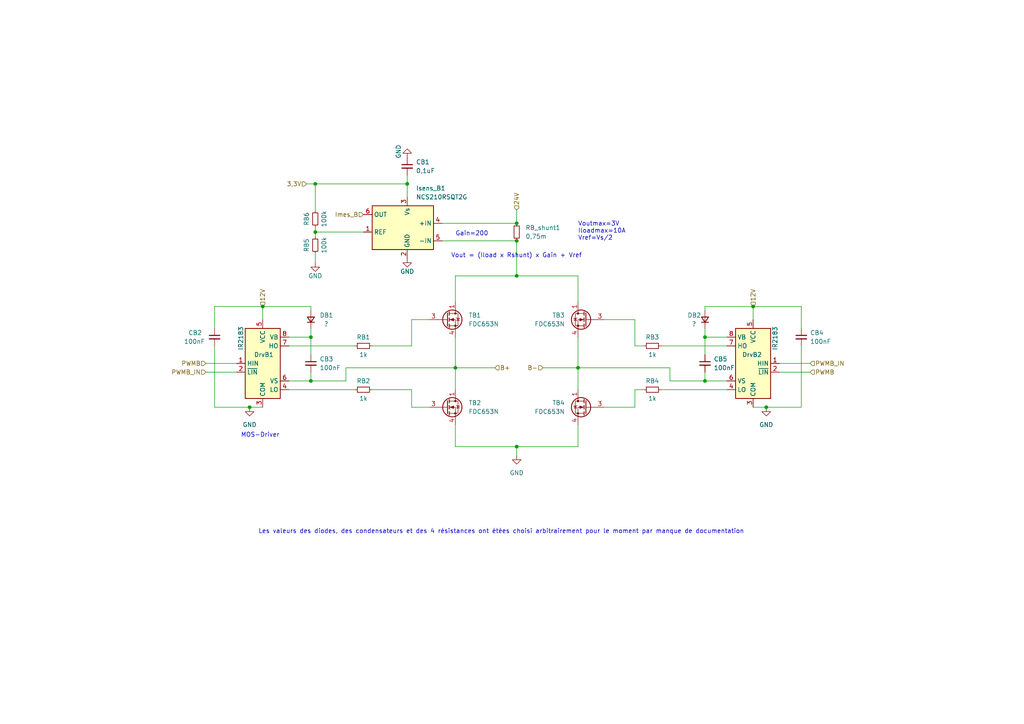
<source format=kicad_sch>
(kicad_sch (version 20211123) (generator eeschema)
  (paper "A4")
  (title_block (title "Driver Stepper Motor") (date "2022-12-27") (rev "2") (company "Tom CHARBONNEAU"))
  (lib_symbols
    (symbol "Amplifier_Current:NCV210"
      (property "Reference" "U" (at -7.62 8.89 0))
      (property "Value" "NCV210" (at 2.54 8.89 0))
      (symbol "NCV210_0_1"
        (rectangle (start -7.62 7.62) (end 10.16 -5.08) (stroke (width 0.254)) (fill (type background)))
      )
      (symbol "NCV210_1_1"
        (pin input line (at 12.7 0 180) (length 2.54) (name "REF") (number "1"))
        (pin power_in line (at 0 -7.62 90) (length 2.54) (name "GND") (number "2"))
        (pin power_in line (at 0 10.16 270) (length 2.54) (name "Vs") (number "3"))
        (pin input line (at -10.16 2.54 0) (length 2.54) (name "+IN") (number "4"))
        (pin input line (at -10.16 -2.54 0) (length 2.54) (name "-IN") (number "5"))
        (pin output line (at 12.7 5.08 180) (length 2.54) (name "OUT") (number "6"))
      )
    )
    (symbol "Device:C_Small" (pin_numbers hide) (pin_names (offset 0.254) hide)
      (property "Reference" "C" (at 0.254 1.778 0))
      (property "Value" "C_Small" (at 0.254 -2.032 0))
      (symbol "C_Small_0_1"
        (polyline (pts (xy -1.524 -0.508) (xy 1.524 -0.508)) (stroke (width 0.3302)))
        (polyline (pts (xy -1.524 0.508) (xy 1.524 0.508)) (stroke (width 0.3048)))
      )
      (symbol "C_Small_1_1"
        (pin passive line (at 0 2.54 270) (length 2.032) (name "~") (number "1"))
        (pin passive line (at 0 -2.54 90) (length 2.032) (name "~") (number "2"))
      )
    )
    (symbol "Device:D_Small" (pin_numbers hide) (pin_names (offset 0.254) hide)
      (property "Reference" "D" (at -1.27 2.032 0))
      (property "Value" "D_Small" (at -3.81 -2.032 0))
      (symbol "D_Small_0_1"
        (polyline (pts (xy -0.762 -1.016) (xy -0.762 1.016)) (stroke (width 0.254)))
        (polyline (pts (xy -0.762 0) (xy 0.762 0)))
        (polyline (pts (xy 0.762 -1.016) (xy -0.762 0) (xy 0.762 1.016) (xy 0.762 -1.016)) (stroke (width 0.254)))
      )
      (symbol "D_Small_1_1"
        (pin passive line (at -2.54 0 0) (length 1.778) (name "K") (number "1"))
        (pin passive line (at 2.54 0 180) (length 1.778) (name "A") (number "2"))
      )
    )
    (symbol "Device:R_Small" (pin_numbers hide) (pin_names (offset 0.254) hide)
      (property "Reference" "R" (at 0.762 0.508 0))
      (property "Value" "R_Small" (at 0.762 -1.016 0))
      (symbol "R_Small_0_1"
        (rectangle (start -0.762 1.778) (end 0.762 -1.778) (stroke (width 0.2032)))
      )
      (symbol "R_Small_1_1"
        (pin passive line (at 0 2.54 270) (length 0.762) (name "~") (number "1"))
        (pin passive line (at 0 -2.54 90) (length 0.762) (name "~") (number "2"))
      )
    )
    (symbol "Driver_FET:IR2183"
      (property "Reference" "U" (at 1.27 13.335 0))
      (property "Value" "IR2183" (at 1.27 11.43 0))
      (symbol "IR2183_0_1"
        (rectangle (start -5.08 -10.16) (end 5.08 10.16) (stroke (width 0.254)) (fill (type background)))
      )
      (symbol "IR2183_1_1"
        (pin input line (at -7.62 0 0) (length 2.54) (name "HIN") (number "1"))
        (pin input line (at -7.62 -2.54 0) (length 2.54) (name "~{LIN}") (number "2"))
        (pin power_in line (at 0 -12.7 90) (length 2.54) (name "COM") (number "3"))
        (pin output line (at 7.62 -7.62 180) (length 2.54) (name "LO") (number "4"))
        (pin power_in line (at 0 12.7 270) (length 2.54) (name "VCC") (number "5"))
        (pin passive line (at 7.62 -5.08 180) (length 2.54) (name "VS") (number "6"))
        (pin output line (at 7.62 5.08 180) (length 2.54) (name "HO") (number "7"))
        (pin passive line (at 7.62 7.62 180) (length 2.54) (name "VB") (number "8"))
      )
    )
    (symbol "Transistor_FET:FDC2512" (pin_names hide)
      (property "Reference" "Q" (at 5.08 1.905 0))
      (property "Value" "FDC2512" (at 5.08 0 0))
      (symbol "FDC2512_0_1"
        (polyline (pts (xy 0.254 0) (xy -2.54 0)))
        (polyline (pts (xy 0.254 1.905) (xy 0.254 -1.905)) (stroke (width 0.254)))
        (polyline (pts (xy 0.762 -1.27) (xy 0.762 -2.286)) (stroke (width 0.254)))
        (polyline (pts (xy 0.762 0.508) (xy 0.762 -0.508)) (stroke (width 0.254)))
        (polyline (pts (xy 0.762 2.286) (xy 0.762 1.27)) (stroke (width 0.254)))
        (polyline (pts (xy 2.54 2.54) (xy 2.54 1.778)))
        (polyline (pts (xy 2.54 -2.54) (xy 2.54 0) (xy 0.762 0)))
        (polyline (pts (xy 0.762 -1.778) (xy 3.302 -1.778) (xy 3.302 1.778) (xy 0.762 1.778)))
        (polyline (pts (xy 1.016 0) (xy 2.032 0.381) (xy 2.032 -0.381) (xy 1.016 0)) (fill (type outline)))
        (polyline (pts (xy 2.794 0.508) (xy 2.921 0.381) (xy 3.683 0.381) (xy 3.81 0.254)))
        (polyline (pts (xy 3.302 0.381) (xy 2.921 -0.254) (xy 3.683 -0.254) (xy 3.302 0.381)))
        (circle (center 1.651 0) (radius 2.794) (stroke (width 0.254)))
        (circle (center 2.54 -1.778) (radius 0.254) (fill (type outline)))
        (circle (center 2.54 1.778) (radius 0.254) (fill (type outline)))
      )
      (symbol "FDC2512_1_1"
        (pin passive line (at 2.54 5.08 270) (length 2.54) (name "D") (number "1"))
        (pin passive line (at 2.54 5.08 270) (length 2.54) hide (name "D") (number "2"))
        (pin passive line (at -5.08 0 0) (length 2.54) (name "G") (number "3"))
        (pin passive line (at 2.54 -5.08 90) (length 2.54) (name "S") (number "4"))
        (pin passive line (at 2.54 5.08 270) (length 2.54) hide (name "D") (number "5"))
        (pin passive line (at 2.54 5.08 270) (length 2.54) hide (name "D") (number "6"))
      )
    )
    (symbol "power:GND" (power) (pin_names (offset 0))
      (property "Value" "GND" (at 0 -3.81 0))
      (symbol "GND_0_1"
        (polyline (pts (xy 0 0) (xy 0 -1.27) (xy 1.27 -1.27) (xy 0 -2.54) (xy -1.27 -1.27) (xy 0 -1.27)))
      )
      (symbol "GND_1_1"
        (pin power_in line (at 0 0 270) (length 0) hide (name "GND") (number "1"))
      )
    )
  )
  (junction (at 167.64 106.68))
  (junction (at 149.86 129.54))
  (junction (at 218.44 88.9))
  (junction (at 149.86 69.85))
  (junction (at 118.11 53.34))
  (junction (at 91.44 53.34))
  (junction (at 132.08 106.68))
  (junction (at 91.44 67.31))
  (junction (at 149.86 80.01))
  (junction (at 149.86 64.77))
  (junction (at 90.17 97.79))
  (junction (at 76.2 88.9))
  (junction (at 222.25 118.11))
  (junction (at 90.17 110.49))
  (junction (at 204.47 97.79))
  (junction (at 204.47 110.49))
  (junction (at 72.39 118.11))
  (wire (pts (xy 167.64 80.01) (xy 167.64 87.63)))
  (wire (pts (xy 59.69 105.41) (xy 68.58 105.41)))
  (wire (pts (xy 167.64 97.79) (xy 167.64 106.68)))
  (wire (pts (xy 62.23 100.33) (xy 62.23 118.11)))
  (wire (pts (xy 59.69 107.95) (xy 68.58 107.95)))
  (wire (pts (xy 132.08 129.54) (xy 149.86 129.54)))
  (wire (pts (xy 191.77 100.33) (xy 210.82 100.33)))
  (wire (pts (xy 204.47 88.9) (xy 204.47 90.17)))
  (wire (pts (xy 218.44 88.9) (xy 218.44 92.71)))
  (wire (pts (xy 119.38 113.03) (xy 119.38 118.11)))
  (wire (pts (xy 184.15 113.03) (xy 186.69 113.03)))
  (wire (pts (xy 149.86 129.54) (xy 149.86 132.08)))
  (wire (pts (xy 194.31 110.49) (xy 204.47 110.49)))
  (wire (pts (xy 91.44 67.31) (xy 105.41 67.31)))
  (wire (pts (xy 90.17 90.17) (xy 90.17 88.9)))
  (wire (pts (xy 167.64 123.19) (xy 167.64 129.54)))
  (wire (pts (xy 218.44 118.11) (xy 222.25 118.11)))
  (wire (pts (xy 132.08 97.79) (xy 132.08 106.68)))
  (wire (pts (xy 210.82 97.79) (xy 204.47 97.79)))
  (wire (pts (xy 132.08 87.63) (xy 132.08 80.01)))
  (wire (pts (xy 204.47 95.25) (xy 204.47 97.79)))
  (wire (pts (xy 184.15 100.33) (xy 186.69 100.33)))
  (wire (pts (xy 149.86 69.85) (xy 149.86 80.01)))
  (wire (pts (xy 91.44 73.66) (xy 91.44 76.2)))
  (wire (pts (xy 232.41 95.25) (xy 232.41 88.9)))
  (wire (pts (xy 88.9 53.34) (xy 91.44 53.34)))
  (wire (pts (xy 157.48 106.68) (xy 167.64 106.68)))
  (wire (pts (xy 132.08 80.01) (xy 149.86 80.01)))
  (wire (pts (xy 90.17 95.25) (xy 90.17 97.79)))
  (wire (pts (xy 90.17 88.9) (xy 76.2 88.9)))
  (wire (pts (xy 226.06 107.95) (xy 234.95 107.95)))
  (wire (pts (xy 119.38 118.11) (xy 124.46 118.11)))
  (wire (pts (xy 72.39 118.11) (xy 76.2 118.11)))
  (wire (pts (xy 184.15 100.33) (xy 184.15 92.71)))
  (wire (pts (xy 184.15 118.11) (xy 184.15 113.03)))
  (wire (pts (xy 167.64 106.68) (xy 194.31 106.68)))
  (wire (pts (xy 118.11 53.34) (xy 118.11 57.15)))
  (wire (pts (xy 232.41 100.33) (xy 232.41 118.11)))
  (wire (pts (xy 218.44 88.9) (xy 232.41 88.9)))
  (wire (pts (xy 62.23 88.9) (xy 76.2 88.9)))
  (wire (pts (xy 90.17 110.49) (xy 100.33 110.49)))
  (wire (pts (xy 91.44 53.34) (xy 91.44 60.96)))
  (wire (pts (xy 119.38 92.71) (xy 124.46 92.71)))
  (wire (pts (xy 132.08 123.19) (xy 132.08 129.54)))
  (wire (pts (xy 62.23 95.25) (xy 62.23 88.9)))
  (wire (pts (xy 132.08 106.68) (xy 132.08 113.03)))
  (wire (pts (xy 91.44 53.34) (xy 118.11 53.34)))
  (wire (pts (xy 83.82 113.03) (xy 102.87 113.03)))
  (wire (pts (xy 175.26 118.11) (xy 184.15 118.11)))
  (wire (pts (xy 91.44 67.31) (xy 91.44 68.58)))
  (wire (pts (xy 149.86 60.96) (xy 149.86 64.77)))
  (wire (pts (xy 83.82 100.33) (xy 102.87 100.33)))
  (wire (pts (xy 76.2 88.9) (xy 76.2 92.71)))
  (wire (pts (xy 100.33 110.49) (xy 100.33 106.68)))
  (wire (pts (xy 83.82 97.79) (xy 90.17 97.79)))
  (wire (pts (xy 72.39 118.11) (xy 62.23 118.11)))
  (wire (pts (xy 226.06 105.41) (xy 234.95 105.41)))
  (wire (pts (xy 90.17 107.95) (xy 90.17 110.49)))
  (wire (pts (xy 107.95 113.03) (xy 119.38 113.03)))
  (wire (pts (xy 204.47 110.49) (xy 210.82 110.49)))
  (wire (pts (xy 91.44 66.04) (xy 91.44 67.31)))
  (wire (pts (xy 132.08 106.68) (xy 143.51 106.68)))
  (wire (pts (xy 184.15 92.71) (xy 175.26 92.71)))
  (wire (pts (xy 204.47 97.79) (xy 204.47 102.87)))
  (wire (pts (xy 167.64 106.68) (xy 167.64 113.03)))
  (wire (pts (xy 90.17 97.79) (xy 90.17 102.87)))
  (wire (pts (xy 107.95 100.33) (xy 119.38 100.33)))
  (wire (pts (xy 194.31 106.68) (xy 194.31 110.49)))
  (wire (pts (xy 83.82 110.49) (xy 90.17 110.49)))
  (wire (pts (xy 100.33 106.68) (xy 132.08 106.68)))
  (wire (pts (xy 204.47 88.9) (xy 218.44 88.9)))
  (wire (pts (xy 222.25 118.11) (xy 232.41 118.11)))
  (wire (pts (xy 191.77 113.03) (xy 210.82 113.03)))
  (wire (pts (xy 204.47 107.95) (xy 204.47 110.49)))
  (wire (pts (xy 167.64 129.54) (xy 149.86 129.54)))
  (wire (pts (xy 128.27 69.85) (xy 149.86 69.85)))
  (wire (pts (xy 128.27 64.77) (xy 149.86 64.77)))
  (wire (pts (xy 118.11 50.8) (xy 118.11 53.34)))
  (wire (pts (xy 119.38 100.33) (xy 119.38 92.71)))
  (wire (pts (xy 149.86 80.01) (xy 167.64 80.01)))
  (text "Gain=200\n" (at 132.08 68.58 0) (effects (font (size 1.27 1.27)) (justify left bottom)))
  (text "MOS-Driver" (at 69.85 127 0) (effects (font (size 1.27 1.27)) (justify left bottom)))
  (text "Vout = (Iload x Rshunt) x Gain + Vref" (at 130.81 74.93 0) (effects (font (size 1.27 1.27)) (justify left bottom)))
  (text "Voutmax=3V\nIloadmax=10A\nVref=Vs/2" (at 167.64 69.85 0) (effects (font (size 1.27 1.27)) (justify left bottom)))
  (text "Les valeurs des diodes, des condensateurs et des 4 résistances ont étées choisi arbitrairement pour le moment par manque de documentation" (at 74.93 154.94 0) (effects (font (size 1.27 1.27)) (justify left bottom)))
  (hierarchical_label "3,3V" (shape input) (at 88.9 53.34 180))
  (hierarchical_label "24V" (shape input) (at 149.86 60.96 90))
  (hierarchical_label "PWMB_IN" (shape input) (at 59.69 107.95 180))
  (hierarchical_label "B-" (shape input) (at 157.48 106.68 180))
  (hierarchical_label "PWMB_IN" (shape input) (at 234.95 105.41 0))
  (hierarchical_label "PWMB" (shape input) (at 234.95 107.95 0))
  (hierarchical_label "Imes_B" (shape input) (at 105.41 62.23 180))
  (hierarchical_label "12V" (shape input) (at 76.2 88.9 90))
  (hierarchical_label "PWMB" (shape input) (at 59.69 105.41 180))
  (hierarchical_label "B+" (shape input) (at 143.51 106.68 0))
  (hierarchical_label "12V" (shape input) (at 218.44 88.9 90))
  (symbol (lib_id "power:GND") (at 118.11 74.93 0) (unit 1)
    (property "Reference" "#PWR0112" (effects hide))
    (property "Value" "GND" (at 118.11 78.74 0))
  )
  (symbol (lib_id "Device:C_Small") (at 204.47 105.41 0) (unit 1)
    (property "Reference" "CB5" (at 207.01 104.1462 0) (effects (justify left)))
    (property "Value" "100nF" (at 207.01 106.6862 0) (effects (justify left)))
    (property "Footprint" "Capacitor_SMD:C_0603_1608Metric" (effects hide))
  )
  (symbol (lib_id "Device:R_Small") (at 105.41 113.03 270) (unit 1)
    (property "Reference" "RB2" (at 105.41 110.49 90))
    (property "Value" "1k" (at 105.41 115.57 90))
    (property "Footprint" "Resistor_SMD:R_0603_1608Metric" (effects hide))
  )
  (symbol (lib_id "Device:R_Small") (at 189.23 113.03 270) (unit 1)
    (property "Reference" "RB4" (at 189.23 110.49 90))
    (property "Value" "1k" (at 189.23 115.57 90))
    (property "Footprint" "Resistor_SMD:R_0603_1608Metric" (effects hide))
  )
  (symbol (lib_id "Device:C_Small") (at 118.11 48.26 0) (unit 1)
    (property "Reference" "CB1" (at 120.65 46.9962 0) (effects (justify left)))
    (property "Value" "0,1uF" (at 120.65 49.5362 0) (effects (justify left)))
    (property "Footprint" "Capacitor_SMD:C_0603_1608Metric" (effects hide))
  )
  (symbol (lib_id "Driver_FET:IR2183") (at 218.44 105.41 0) (mirror y) (unit 1)
    (property "Reference" "DrvB2" (at 220.98 102.87 0) (effects (justify left)))
    (property "Value" "IR2183" (at 224.79 101.6 90) (effects (justify left)))
    (property "Footprint" "Package_SO:SOIC-8_3.9x4.9mm_P1.27mm" (effects hide))
    (property "Datasheet" "https://www.infineon.com/dgdl/ir2183.pdf?fileId=5546d462533600a4015355c9490e16d1" (effects hide))
  )
  (symbol (lib_id "Driver_FET:IR2183") (at 76.2 105.41 0) (unit 1)
    (property "Reference" "DrvB1" (at 73.66 102.87 0) (effects (justify left)))
    (property "Value" "IR2183" (at 69.85 101.6 90) (effects (justify left)))
    (property "Footprint" "Package_SO:SOIC-8_3.9x4.9mm_P1.27mm" (effects hide))
    (property "Datasheet" "https://www.infineon.com/dgdl/ir2183.pdf?fileId=5546d462533600a4015355c9490e16d1" (effects hide))
  )
  (symbol (lib_id "power:GND") (at 72.39 118.11 0) (unit 1)
    (property "Reference" "#PWR0107" (effects hide))
    (property "Value" "GND" (at 72.39 123.19 0))
  )
  (symbol (lib_id "power:GND") (at 149.86 132.08 0) (unit 1)
    (property "Reference" "#PWR0109" (effects hide))
    (property "Value" "GND" (at 149.86 137.16 0))
  )
  (symbol (lib_id "Device:C_Small") (at 232.41 97.79 0) (unit 1)
    (property "Reference" "CB4" (at 234.95 96.5262 0) (effects (justify left)))
    (property "Value" "100nF" (at 234.95 99.0662 0) (effects (justify left)))
    (property "Footprint" "Capacitor_SMD:C_0603_1608Metric" (effects hide))
  )
  (symbol (lib_id "Transistor_FET:FDC2512") (at 129.54 92.71 0) (unit 1)
    (property "Reference" "TB1" (at 135.89 91.4399 0) (effects (justify left)))
    (property "Value" "FDC653N" (at 135.89 93.9799 0) (effects (justify left)))
    (property "Footprint" "Package_TO_SOT_SMD:SuperSOT-6" (effects hide))
    (property "Datasheet" "https://www.mouser.fr/datasheet/2/308/1/FDC653N_D-1806808.pdf" (effects hide))
  )
  (symbol (lib_id "Device:C_Small") (at 62.23 97.79 0) (unit 1)
    (property "Reference" "CB2" (at 54.61 96.52 0) (effects (justify left)))
    (property "Value" "100nF" (at 53.34 99.06 0) (effects (justify left)))
    (property "Footprint" "Capacitor_SMD:C_0603_1608Metric" (effects hide))
  )
  (symbol (lib_id "Device:R_Small") (at 189.23 100.33 270) (unit 1)
    (property "Reference" "RB3" (at 189.23 97.79 90))
    (property "Value" "1k" (at 189.23 102.87 90))
    (property "Footprint" "Resistor_SMD:R_0603_1608Metric" (effects hide))
  )
  (symbol (lib_id "Device:D_Small") (at 90.17 92.71 90) (unit 1)
    (property "Reference" "DB1" (at 92.71 91.44 90) (effects (justify right)))
    (property "Value" "?" (at 93.98 93.98 90) (effects (justify right)))
    (property "Footprint" "Diode_SMD:D_0603_1608Metric" (effects hide))
  )
  (symbol (lib_id "Transistor_FET:FDC2512") (at 170.18 118.11 0) (mirror y) (unit 1)
    (property "Reference" "TB4" (at 163.83 116.8399 0) (effects (justify left)))
    (property "Value" "FDC653N" (at 163.83 119.3799 0) (effects (justify left)))
    (property "Footprint" "Package_TO_SOT_SMD:SuperSOT-6" (effects hide))
    (property "Datasheet" "https://www.mouser.fr/datasheet/2/308/1/FDC653N_D-1806808.pdf" (effects hide))
  )
  (symbol (lib_id "power:GND") (at 222.25 118.11 0) (unit 1)
    (property "Reference" "#PWR0108" (effects hide))
    (property "Value" "GND" (at 222.25 123.19 0))
  )
  (symbol (lib_id "Device:R_Small") (at 149.86 67.31 0) (unit 1)
    (property "Reference" "RB_shunt1" (at 152.4 66.0399 0) (effects (justify left)))
    (property "Value" "0,75m" (at 152.4 68.5799 0) (effects (justify left)))
    (property "Footprint" "Resistor_SMD:R_0603_1608Metric" (effects hide))
  )
  (symbol (lib_id "Device:C_Small") (at 90.17 105.41 0) (unit 1)
    (property "Reference" "CB3" (at 92.71 104.1462 0) (effects (justify left)))
    (property "Value" "100nF" (at 92.71 106.6862 0) (effects (justify left)))
    (property "Footprint" "Capacitor_SMD:C_0603_1608Metric" (effects hide))
  )
  (symbol (lib_id "Device:R_Small") (at 105.41 100.33 270) (unit 1)
    (property "Reference" "RB1" (at 105.41 97.79 90))
    (property "Value" "1k" (at 105.41 102.87 90))
    (property "Footprint" "Resistor_SMD:R_0603_1608Metric" (effects hide))
  )
  (symbol (lib_id "Transistor_FET:FDC2512") (at 170.18 92.71 0) (mirror y) (unit 1)
    (property "Reference" "TB3" (at 163.83 91.4399 0) (effects (justify left)))
    (property "Value" "FDC653N" (at 163.83 93.9799 0) (effects (justify left)))
    (property "Footprint" "Package_TO_SOT_SMD:SuperSOT-6" (effects hide))
    (property "Datasheet" "https://www.mouser.fr/datasheet/2/308/1/FDC653N_D-1806808.pdf" (effects hide))
  )
  (symbol (lib_id "power:GND") (at 91.44 76.2 0) (unit 1)
    (property "Reference" "#PWR0111" (effects hide))
    (property "Value" "GND" (at 91.44 80.01 0))
  )
  (symbol (lib_id "Device:D_Small") (at 204.47 92.71 90) (unit 1)
    (property "Reference" "DB2" (at 199.39 91.44 90) (effects (justify right)))
    (property "Value" "?" (at 200.66 93.98 90) (effects (justify right)))
    (property "Footprint" "Diode_SMD:D_0603_1608Metric" (effects hide))
  )
  (symbol (lib_id "Device:R_Small") (at 91.44 71.12 0) (unit 1)
    (property "Reference" "RB5" (at 88.9 71.12 90))
    (property "Value" "100k" (at 93.98 71.12 90))
    (property "Footprint" "Resistor_SMD:R_0603_1608Metric" (effects hide))
  )
  (symbol (lib_id "power:GND") (at 118.11 45.72 180) (unit 1)
    (property "Reference" "#PWR0110" (effects hide))
    (property "Value" "GND" (at 115.57 41.91 90) (effects (justify left)))
  )
  (symbol (lib_id "Amplifier_Current:NCV210") (at 118.11 67.31 0) (mirror y) (unit 1)
    (property "Reference" "Isens_B1" (at 120.65 54.61 0) (effects (justify right)))
    (property "Value" "NCS210RSQT2G" (at 120.65 57.15 0) (effects (justify right)))
    (property "Footprint" "Package_TO_SOT_SMD:SOT-363_SC-70-6" (effects hide))
    (property "Datasheet" "https://www.mouser.fr/datasheet/2/308/NCS210R_D-1509421.pdf" (effects hide))
  )
  (symbol (lib_id "Device:R_Small") (at 91.44 63.5 0) (unit 1)
    (property "Reference" "RB6" (at 88.9 63.5 90))
    (property "Value" "100k" (at 93.98 63.5 90))
    (property "Footprint" "Resistor_SMD:R_0603_1608Metric" (effects hide))
  )
  (symbol (lib_id "Transistor_FET:FDC2512") (at 129.54 118.11 0) (unit 1)
    (property "Reference" "TB2" (at 135.89 116.8399 0) (effects (justify left)))
    (property "Value" "FDC653N" (at 135.89 119.3799 0) (effects (justify left)))
    (property "Footprint" "Package_TO_SOT_SMD:SuperSOT-6" (effects hide))
    (property "Datasheet" "https://www.mouser.fr/datasheet/2/308/1/FDC653N_D-1806808.pdf" (effects hide))
  )
)
</source>
